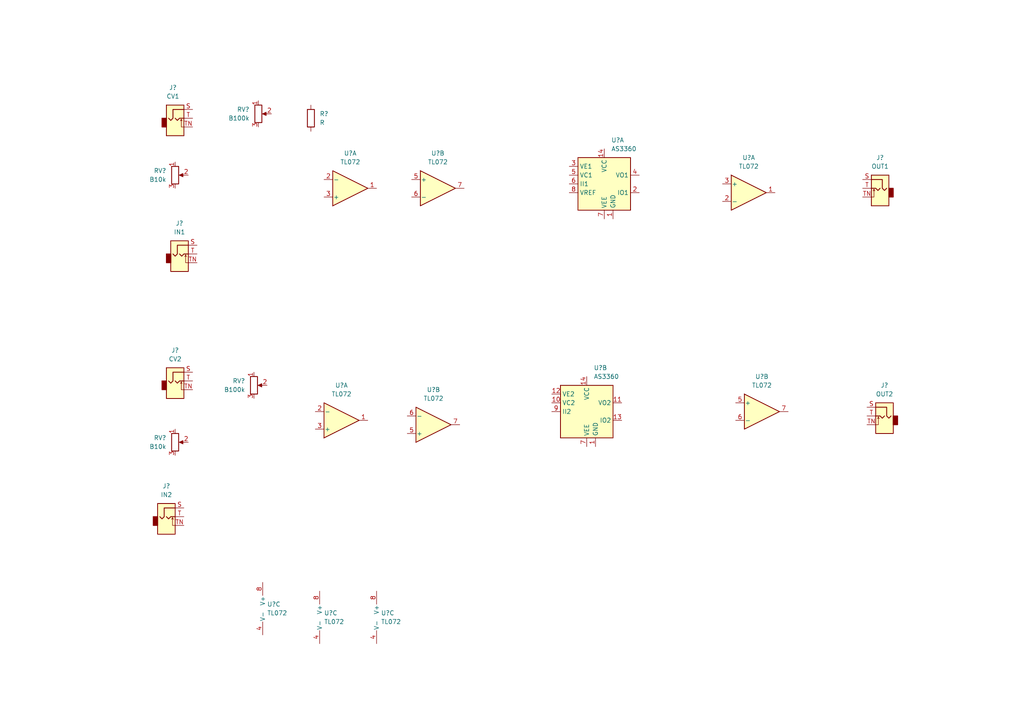
<source format=kicad_sch>
(kicad_sch (version 20211123) (generator eeschema)
  (paper "A4")
  (lib_symbols
    (symbol "Amplifier_Operational:TL072" (pin_names (offset 0.127))
      (property "Reference" "U" (at 0 5.08 0))
      (property "Value" "TL072" (at 0 -5.08 0))
      (symbol "TL072_1_1"
        (polyline (pts (xy -5.08 5.08) (xy 5.08 0) (xy -5.08 -5.08) (xy -5.08 5.08)) (stroke (width 0.254)) (fill (type background)))
        (pin output line (at 7.62 0 180) (length 2.54) (name "~") (number "1"))
        (pin input line (at -7.62 -2.54 0) (length 2.54) (name "-") (number "2"))
        (pin input line (at -7.62 2.54 0) (length 2.54) (name "+") (number "3"))
      )
      (symbol "TL072_2_1"
        (polyline (pts (xy -5.08 5.08) (xy 5.08 0) (xy -5.08 -5.08) (xy -5.08 5.08)) (stroke (width 0.254)) (fill (type background)))
        (pin input line (at -7.62 2.54 0) (length 2.54) (name "+") (number "5"))
        (pin input line (at -7.62 -2.54 0) (length 2.54) (name "-") (number "6"))
        (pin output line (at 7.62 0 180) (length 2.54) (name "~") (number "7"))
      )
      (symbol "TL072_3_1"
        (pin power_in line (at -2.54 -7.62 90) (length 3.81) (name "V-") (number "4"))
        (pin power_in line (at -2.54 7.62 270) (length 3.81) (name "V+") (number "8"))
      )
    )
    (symbol "Audio:AS3360"
      (property "Reference" "U" (at -5.08 10.16 0))
      (property "Value" "AS3360" (at 5.08 10.16 0))
      (symbol "AS3360_0_1"
        (rectangle (start -7.62 7.62) (end 7.62 -7.62) (stroke (width 0.254)) (fill (type background)))
        (pin power_in line (at 2.54 -10.16 90) (length 2.54) (name "GND") (number "1"))
        (pin power_in line (at 0 10.16 270) (length 2.54) (name "VCC") (number "14"))
        (pin power_in line (at 0 -10.16 90) (length 2.54) (name "VEE") (number "7"))
      )
      (symbol "AS3360_1_1"
        (pin output line (at 10.16 -2.54 180) (length 2.54) (name "IO1") (number "2"))
        (pin input line (at -10.16 5.08 0) (length 2.54) (name "VE1") (number "3"))
        (pin output line (at 10.16 2.54 180) (length 2.54) (name "VO1") (number "4"))
        (pin input line (at -10.16 2.54 0) (length 2.54) (name "VC1") (number "5"))
        (pin input line (at -10.16 0 0) (length 2.54) (name "II1") (number "6"))
        (pin passive line (at -10.16 -2.54 0) (length 2.54) (name "VREF") (number "8"))
      )
      (symbol "AS3360_2_1"
        (pin input line (at -10.16 2.54 0) (length 2.54) (name "VC2") (number "10"))
        (pin output line (at 10.16 2.54 180) (length 2.54) (name "VO2") (number "11"))
        (pin input line (at -10.16 5.08 0) (length 2.54) (name "VE2") (number "12"))
        (pin output line (at 10.16 -2.54 180) (length 2.54) (name "IO2") (number "13"))
        (pin input line (at -10.16 0 0) (length 2.54) (name "II2") (number "9"))
      )
    )
    (symbol "Connector:AudioJack2_SwitchT"
      (property "Reference" "J" (at 0 8.89 0))
      (property "Value" "AudioJack2_SwitchT" (at 0 6.35 0))
      (symbol "AudioJack2_SwitchT_0_1"
        (rectangle (start -2.54 0) (end -3.81 -2.54) (stroke (width 0.254)) (fill (type outline)))
        (polyline (pts (xy 1.778 -0.254) (xy 2.032 -0.762)))
        (polyline (pts (xy 0 0) (xy 0.635 -0.635) (xy 1.27 0) (xy 2.54 0)) (stroke (width 0.254)))
        (polyline (pts (xy 2.54 -2.54) (xy 1.778 -2.54) (xy 1.778 -0.254) (xy 1.524 -0.762)))
        (polyline (pts (xy 2.54 2.54) (xy -0.635 2.54) (xy -0.635 0) (xy -1.27 -0.635) (xy -1.905 0)) (stroke (width 0.254)))
        (rectangle (start 2.54 3.81) (end -2.54 -5.08) (stroke (width 0.254)) (fill (type background)))
      )
      (symbol "AudioJack2_SwitchT_1_1"
        (pin passive line (at 5.08 2.54 180) (length 2.54) (name "~") (number "S"))
        (pin passive line (at 5.08 0 180) (length 2.54) (name "~") (number "T"))
        (pin passive line (at 5.08 -2.54 180) (length 2.54) (name "~") (number "TN"))
      )
    )
    (symbol "Device:R" (pin_numbers hide) (pin_names (offset 0))
      (property "Reference" "R" (at 2.032 0 90))
      (property "Value" "R" (at 0 0 90))
      (symbol "R_0_1"
        (rectangle (start -1.016 -2.54) (end 1.016 2.54) (stroke (width 0.254)))
      )
      (symbol "R_1_1"
        (pin passive line (at 0 3.81 270) (length 1.27) (name "~") (number "1"))
        (pin passive line (at 0 -3.81 90) (length 1.27) (name "~") (number "2"))
      )
    )
    (symbol "Device:R_Potentiometer" (pin_names (offset 1.016) hide)
      (property "Reference" "RV" (at -4.445 0 90))
      (property "Value" "R_Potentiometer" (at -2.54 0 90))
      (symbol "R_Potentiometer_0_1"
        (polyline (pts (xy 2.54 0) (xy 1.524 0)))
        (polyline (pts (xy 1.143 0) (xy 2.286 0.508) (xy 2.286 -0.508) (xy 1.143 0)) (fill (type outline)))
        (rectangle (start 1.016 2.54) (end -1.016 -2.54) (stroke (width 0.254)))
      )
      (symbol "R_Potentiometer_1_1"
        (pin passive line (at 0 3.81 270) (length 1.27) (name "1") (number "1"))
        (pin passive line (at 3.81 0 180) (length 1.27) (name "2") (number "2"))
        (pin passive line (at 0 -3.81 90) (length 1.27) (name "3") (number "3"))
      )
    )
  )
  (symbol (lib_id "Amplifier_Operational:TL072") (at 99.06 121.92 0) (mirror x) (unit 1)
    (property "Reference" "U?" (at 99.06 111.76 0))
    (property "Value" "TL072" (at 99.06 114.3 0))
    (property "Datasheet" "http://www.ti.com/lit/ds/symlink/tl071.pdf" (effects hide))
  )
  (symbol (lib_id "Amplifier_Operational:TL072") (at 217.17 55.88 0) (unit 1)
    (property "Reference" "U?" (at 217.17 45.72 0))
    (property "Value" "TL072" (at 217.17 48.26 0))
    (property "Datasheet" "http://www.ti.com/lit/ds/symlink/tl071.pdf" (effects hide))
  )
  (symbol (lib_id "Device:R") (at 90.17 34.29 0) (unit 1)
    (property "Reference" "R?" (at 92.71 33.0199 0) (effects (justify left)))
    (property "Value" "R" (at 92.71 35.5599 0) (effects (justify left)))
  )
  (symbol (lib_id "Amplifier_Operational:TL072") (at 101.6 54.61 0) (mirror x) (unit 1)
    (property "Reference" "U?" (at 101.6 44.45 0))
    (property "Value" "TL072" (at 101.6 46.99 0))
    (property "Datasheet" "http://www.ti.com/lit/ds/symlink/tl071.pdf" (effects hide))
  )
  (symbol (lib_id "Connector:AudioJack2_SwitchT") (at 255.27 54.61 0) (mirror y) (unit 1)
    (property "Reference" "J?" (at 255.27 45.72 0))
    (property "Value" "OUT1" (at 255.27 48.26 0))
  )
  (symbol (lib_id "Device:R_Potentiometer") (at 74.93 33.02 0) (unit 1)
    (property "Reference" "RV?" (at 72.39 31.7499 0) (effects (justify right)))
    (property "Value" "B100k" (at 72.39 34.2899 0) (effects (justify right)))
  )
  (symbol (lib_id "Connector:AudioJack2_SwitchT") (at 50.8 34.29 0) (unit 1)
    (property "Reference" "J?" (at 50.165 25.4 0))
    (property "Value" "CV1" (at 50.165 27.94 0))
  )
  (symbol (lib_id "Device:R_Potentiometer") (at 50.8 128.27 0) (unit 1)
    (property "Reference" "RV?" (at 48.26 126.9999 0) (effects (justify right)))
    (property "Value" "B10k" (at 48.26 129.5399 0) (effects (justify right)))
  )
  (symbol (lib_id "Connector:AudioJack2_SwitchT") (at 48.26 149.86 0) (unit 1)
    (property "Reference" "J?" (at 48.26 140.97 0))
    (property "Value" "IN2" (at 48.26 143.51 0))
  )
  (symbol (lib_id "Amplifier_Operational:TL072") (at 95.25 179.07 0) (unit 3)
    (property "Reference" "U?" (at 93.98 177.7999 0) (effects (justify left)))
    (property "Value" "TL072" (at 93.98 180.3399 0) (effects (justify left)))
    (property "Datasheet" "http://www.ti.com/lit/ds/symlink/tl071.pdf" (effects hide))
  )
  (symbol (lib_id "Audio:AS3360") (at 175.26 53.34 0) (unit 1)
    (property "Reference" "U?" (at 177.2794 40.64 0) (effects (justify left)))
    (property "Value" "AS3360" (at 177.2794 43.18 0) (effects (justify left)))
    (property "Datasheet" "http://www.alfarzpp.lv/eng/sc/AS3360.pdf" (effects hide))
  )
  (symbol (lib_id "Amplifier_Operational:TL072") (at 127 54.61 0) (unit 2)
    (property "Reference" "U?" (at 127 44.45 0))
    (property "Value" "TL072" (at 127 46.99 0))
    (property "Datasheet" "http://www.ti.com/lit/ds/symlink/tl071.pdf" (effects hide))
  )
  (symbol (lib_id "Connector:AudioJack2_SwitchT") (at 256.54 120.65 0) (mirror y) (unit 1)
    (property "Reference" "J?" (at 256.54 111.76 0))
    (property "Value" "OUT2" (at 256.54 114.3 0))
  )
  (symbol (lib_id "Connector:AudioJack2_SwitchT") (at 50.8 110.49 0) (unit 1)
    (property "Reference" "J?" (at 50.8 101.6 0))
    (property "Value" "CV2" (at 50.8 104.14 0))
  )
  (symbol (lib_id "Audio:AS3360") (at 170.18 119.38 0) (unit 2)
    (property "Reference" "U?" (at 172.1994 106.68 0) (effects (justify left)))
    (property "Value" "AS3360" (at 172.1994 109.22 0) (effects (justify left)))
    (property "Datasheet" "http://www.alfarzpp.lv/eng/sc/AS3360.pdf" (effects hide))
  )
  (symbol (lib_id "Connector:AudioJack2_SwitchT") (at 52.07 73.66 0) (unit 1)
    (property "Reference" "J?" (at 52.07 64.77 0))
    (property "Value" "IN1" (at 52.07 67.31 0))
  )
  (symbol (lib_id "Amplifier_Operational:TL072") (at 220.98 119.38 0) (unit 2)
    (property "Reference" "U?" (at 220.98 109.22 0))
    (property "Value" "TL072" (at 220.98 111.76 0))
    (property "Datasheet" "http://www.ti.com/lit/ds/symlink/tl071.pdf" (effects hide))
  )
  (symbol (lib_id "Amplifier_Operational:TL072") (at 125.73 123.19 0) (mirror x) (unit 2)
    (property "Reference" "U?" (at 125.73 113.03 0))
    (property "Value" "TL072" (at 125.73 115.57 0))
    (property "Datasheet" "http://www.ti.com/lit/ds/symlink/tl071.pdf" (effects hide))
  )
  (symbol (lib_id "Amplifier_Operational:TL072") (at 78.74 176.53 0) (unit 3)
    (property "Reference" "U?" (at 77.47 175.2599 0) (effects (justify left)))
    (property "Value" "TL072" (at 77.47 177.7999 0) (effects (justify left)))
    (property "Datasheet" "http://www.ti.com/lit/ds/symlink/tl071.pdf" (effects hide))
  )
  (symbol (lib_id "Device:R_Potentiometer") (at 50.8 50.8 0) (unit 1)
    (property "Reference" "RV?" (at 48.26 49.5299 0) (effects (justify right)))
    (property "Value" "B10k" (at 48.26 52.0699 0) (effects (justify right)))
  )
  (symbol (lib_id "Amplifier_Operational:TL072") (at 111.76 179.07 0) (unit 3)
    (property "Reference" "U?" (at 110.49 177.7999 0) (effects (justify left)))
    (property "Value" "TL072" (at 110.49 180.3399 0) (effects (justify left)))
    (property "Datasheet" "http://www.ti.com/lit/ds/symlink/tl071.pdf" (effects hide))
  )
  (symbol (lib_id "Device:R_Potentiometer") (at 73.66 111.76 0) (unit 1)
    (property "Reference" "RV?" (at 71.12 110.4899 0) (effects (justify right)))
    (property "Value" "B100k" (at 71.12 113.0299 0) (effects (justify right)))
  )
)
</source>
